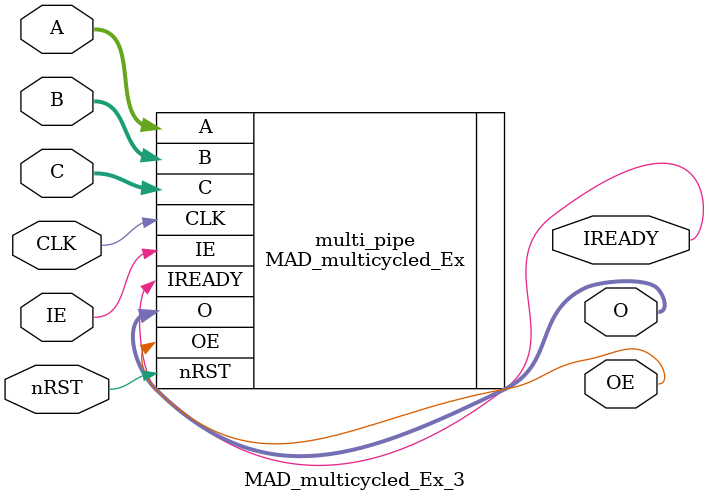
<source format=v>
`include "testdrive_system.vh"

module MAD_multicycled_Ex_3 (
	input					CLK,	// clock
	input					nRST,	// reset (active low)
	input					IE,		// input enable
	output					IREADY,	// input ready
	input	[63:0]			A,		// A
	input	[63:0]			B,		// B
	input	[63:0]			C,		// C
	output					OE,		// output enable
	output	[63:0]			O		// output
);

// definition & assignment ---------------------------------------------------

// implementation ------------------------------------------------------------
MAD_multicycled_Ex #(
	.CYCLE		(3),
	.COUNT		(1)
) multi_pipe (
	.CLK		(CLK),
	.nRST		(nRST),
	.IE			(IE),
	.IREADY		(IREADY),
	.A			(A),
	.B			(B),
	.C			(C),
	.OE			(OE),
	.O			(O)
);

endmodule

</source>
